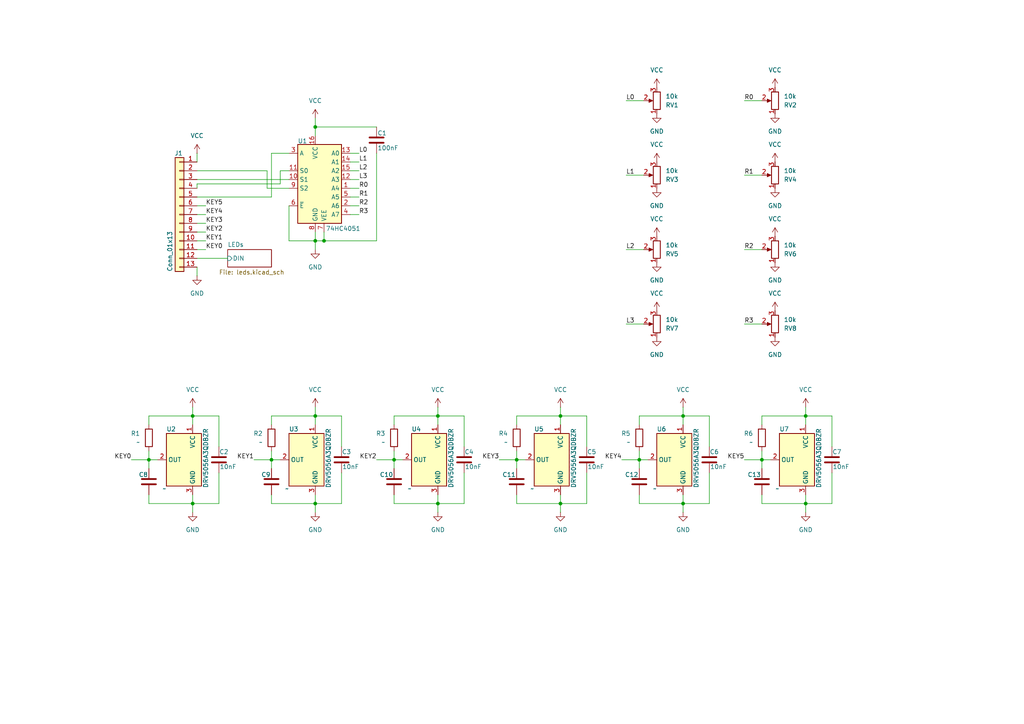
<source format=kicad_sch>
(kicad_sch (version 20250114) (generator "eeschema") (generator_version "9.0")
  (paper "A4")
  (lib_symbols
    (symbol "74xx:74HC4051"
      (property "Reference" "U" (at -5.08 11.43 0))
      (property "Value" "74HC4051" (at -7.62 -13.97 0))
      (symbol "74HC4051_0_1"
        (rectangle (start -5.08 10.16) (end 7.62 -12.7) (stroke (width 0.254)) (fill (type background)))
      )
      (symbol "74HC4051_1_1"
        (pin passive line (at -7.62 7.62 0) (length 2.54) (name "A") (number "3"))
        (pin input line (at -7.62 2.54 0) (length 2.54) (name "S0") (number "11"))
        (pin input line (at -7.62 0 0) (length 2.54) (name "S1") (number "10"))
        (pin input line (at -7.62 -2.54 0) (length 2.54) (name "S2") (number "9"))
        (pin input line (at -7.62 -7.62 0) (length 2.54) (name "~{E}") (number "6"))
        (pin power_in line (at 0 12.7 270) (length 2.54) (name "VCC") (number "16"))
        (pin power_in line (at 0 -15.24 90) (length 2.54) (name "GND") (number "8"))
        (pin power_in line (at 2.54 -15.24 90) (length 2.54) (name "VEE") (number "7"))
        (pin passive line (at 10.16 7.62 180) (length 2.54) (name "A0") (number "13"))
        (pin passive line (at 10.16 5.08 180) (length 2.54) (name "A1") (number "14"))
        (pin passive line (at 10.16 2.54 180) (length 2.54) (name "A2") (number "15"))
        (pin passive line (at 10.16 0 180) (length 2.54) (name "A3") (number "12"))
        (pin passive line (at 10.16 -2.54 180) (length 2.54) (name "A4") (number "1"))
        (pin passive line (at 10.16 -5.08 180) (length 2.54) (name "A5") (number "5"))
        (pin passive line (at 10.16 -7.62 180) (length 2.54) (name "A6") (number "2"))
        (pin passive line (at 10.16 -10.16 180) (length 2.54) (name "A7") (number "4"))
      )
    )
    (symbol "Connector_Generic:Conn_01x13" (pin_names (offset 1.016) (hide yes))
      (property "Reference" "J" (at 0 17.78 0))
      (property "Value" "Conn_01x13" (at 0 -17.78 0))
      (symbol "Conn_01x13_1_1"
        (rectangle (start -1.27 16.51) (end 1.27 -16.51) (stroke (width 0.254)) (fill (type background)))
        (rectangle (start -1.27 15.367) (end 0 15.113) (stroke (width 0.1524)))
        (rectangle (start -1.27 12.827) (end 0 12.573) (stroke (width 0.1524)))
        (rectangle (start -1.27 10.287) (end 0 10.033) (stroke (width 0.1524)))
        (rectangle (start -1.27 7.747) (end 0 7.493) (stroke (width 0.1524)))
        (rectangle (start -1.27 5.207) (end 0 4.953) (stroke (width 0.1524)))
        (rectangle (start -1.27 2.667) (end 0 2.413) (stroke (width 0.1524)))
        (rectangle (start -1.27 0.127) (end 0 -0.127) (stroke (width 0.1524)))
        (rectangle (start -1.27 -2.413) (end 0 -2.667) (stroke (width 0.1524)))
        (rectangle (start -1.27 -4.953) (end 0 -5.207) (stroke (width 0.1524)))
        (rectangle (start -1.27 -7.493) (end 0 -7.747) (stroke (width 0.1524)))
        (rectangle (start -1.27 -10.033) (end 0 -10.287) (stroke (width 0.1524)))
        (rectangle (start -1.27 -12.573) (end 0 -12.827) (stroke (width 0.1524)))
        (rectangle (start -1.27 -15.113) (end 0 -15.367) (stroke (width 0.1524)))
        (pin passive line (at -5.08 15.24 0) (length 3.81) (name "Pin_1") (number "1"))
        (pin passive line (at -5.08 12.7 0) (length 3.81) (name "Pin_2") (number "2"))
        (pin passive line (at -5.08 10.16 0) (length 3.81) (name "Pin_3") (number "3"))
        (pin passive line (at -5.08 7.62 0) (length 3.81) (name "Pin_4") (number "4"))
        (pin passive line (at -5.08 5.08 0) (length 3.81) (name "Pin_5") (number "5"))
        (pin passive line (at -5.08 2.54 0) (length 3.81) (name "Pin_6") (number "6"))
        (pin passive line (at -5.08 0 0) (length 3.81) (name "Pin_7") (number "7"))
        (pin passive line (at -5.08 -2.54 0) (length 3.81) (name "Pin_8") (number "8"))
        (pin passive line (at -5.08 -5.08 0) (length 3.81) (name "Pin_9") (number "9"))
        (pin passive line (at -5.08 -7.62 0) (length 3.81) (name "Pin_10") (number "10"))
        (pin passive line (at -5.08 -10.16 0) (length 3.81) (name "Pin_11") (number "11"))
        (pin passive line (at -5.08 -12.7 0) (length 3.81) (name "Pin_12") (number "12"))
        (pin passive line (at -5.08 -15.24 0) (length 3.81) (name "Pin_13") (number "13"))
      )
    )
    (symbol "Device:C" (pin_numbers (hide yes)) (pin_names (offset 0.254))
      (property "Reference" "C" (at 0.635 2.54 0))
      (property "Value" "C" (at 0.635 -2.54 0))
      (symbol "C_0_1"
        (polyline (pts (xy -2.032 0.762) (xy 2.032 0.762)) (stroke (width 0.508)))
        (polyline (pts (xy -2.032 -0.762) (xy 2.032 -0.762)) (stroke (width 0.508)))
      )
      (symbol "C_1_1"
        (pin passive line (at 0 3.81 270) (length 2.794) (name "~") (number "1"))
        (pin passive line (at 0 -3.81 90) (length 2.794) (name "~") (number "2"))
      )
    )
    (symbol "Device:R" (pin_numbers (hide yes)) (pin_names (offset 0))
      (property "Reference" "R" (at 2.032 0 90))
      (property "Value" "R" (at 0 0 90))
      (symbol "R_0_1"
        (rectangle (start -1.016 -2.54) (end 1.016 2.54) (stroke (width 0.254)))
      )
      (symbol "R_1_1"
        (pin passive line (at 0 3.81 270) (length 1.27) (name "~") (number "1"))
        (pin passive line (at 0 -3.81 90) (length 1.27) (name "~") (number "2"))
      )
    )
    (symbol "Device:R_Potentiometer" (pin_names (offset 1.016) (hide yes))
      (property "Reference" "RV" (at -4.445 0 90))
      (property "Value" "R_Potentiometer" (at -2.54 0 90))
      (symbol "R_Potentiometer_0_1"
        (rectangle (start 1.016 2.54) (end -1.016 -2.54) (stroke (width 0.254)))
        (polyline (pts (xy 1.143 0) (xy 2.286 0.508) (xy 2.286 -0.508) (xy 1.143 0)) (fill (type outline)))
        (polyline (pts (xy 2.54 0) (xy 1.524 0)))
      )
      (symbol "R_Potentiometer_1_1"
        (pin passive line (at 0 3.81 270) (length 1.27) (name "1") (number "1"))
        (pin passive line (at 0 -3.81 90) (length 1.27) (name "3") (number "3"))
        (pin passive line (at 3.81 0 180) (length 1.27) (name "2") (number "2"))
      )
    )
    (symbol "Sensor_Magnetic:DRV5055A3xDBZxQ1"
      (property "Reference" "U" (at 2.54 12.7 0))
      (property "Value" "DRV5055A3xDBZxQ1" (at 2.54 10.16 0))
      (symbol "DRV5055A3xDBZxQ1_1_1"
        (rectangle (start -5.08 7.62) (end 5.08 -7.62) (stroke (width 0.254)) (fill (type background)))
        (pin power_in line (at -2.54 10.16 270) (length 2.54) (name "VCC") (number "1"))
        (pin power_in line (at -2.54 -10.16 90) (length 2.54) (name "GND") (number "3"))
        (pin output line (at 7.62 0 180) (length 2.54) (name "OUT") (number "2"))
      )
    )
    (symbol "power:GND" (power) (pin_numbers (hide yes)) (pin_names (offset 0) (hide yes))
      (property "Value" "GND" (at 0 -3.81 0))
      (symbol "GND_0_1"
        (polyline (pts (xy 0 0) (xy 0 -1.27) (xy 1.27 -1.27) (xy 0 -2.54) (xy -1.27 -1.27) (xy 0 -1.27)))
      )
      (symbol "GND_1_1"
        (pin power_in line (at 0 0 270) (length 0) (name "~") (number "1"))
      )
    )
    (symbol "power:VCC" (power) (pin_numbers (hide yes)) (pin_names (offset 0) (hide yes))
      (property "Value" "VCC" (at 0 3.556 0))
      (symbol "VCC_0_1"
        (polyline (pts (xy -0.762 1.27) (xy 0 2.54)))
        (polyline (pts (xy 0 2.54) (xy 0.762 1.27)))
        (polyline (pts (xy 0 0) (xy 0 2.54)))
      )
      (symbol "VCC_1_1"
        (pin power_in line (at 0 0 90) (length 0) (name "~") (number "1"))
      )
    )
  )
  (junction (at 185.42 133.35))
  (junction (at 149.86 133.35))
  (junction (at 198.12 120.65))
  (junction (at 78.74 133.35))
  (junction (at 93.98 69.85))
  (junction (at 162.56 120.65))
  (junction (at 91.44 146.05))
  (junction (at 91.44 120.65))
  (junction (at 55.88 120.65))
  (junction (at 127 120.65))
  (junction (at 114.3 133.35))
  (junction (at 233.68 120.65))
  (junction (at 91.44 69.85))
  (junction (at 127 146.05))
  (junction (at 198.12 146.05))
  (junction (at 162.56 146.05))
  (junction (at 233.68 146.05))
  (junction (at 55.88 146.05))
  (junction (at 43.18 133.35))
  (junction (at 91.44 36.83))
  (junction (at 220.98 133.35))
  (wire (pts (xy 127 146.05) (xy 127 148.59)))
  (wire (pts (xy 181.61 72.39) (xy 186.69 72.39)))
  (wire (pts (xy 114.3 133.35) (xy 114.3 135.89)))
  (wire (pts (xy 215.9 72.39) (xy 220.98 72.39)))
  (wire (pts (xy 57.15 62.23) (xy 59.69 62.23)))
  (wire (pts (xy 205.74 146.05) (xy 198.12 146.05)))
  (wire (pts (xy 57.15 64.77) (xy 59.69 64.77)))
  (wire (pts (xy 93.98 69.85) (xy 91.44 69.85)))
  (wire (pts (xy 149.86 143.51) (xy 149.86 146.05)))
  (wire (pts (xy 57.15 49.53) (xy 77.47 49.53)))
  (wire (pts (xy 109.22 69.85) (xy 93.98 69.85)))
  (wire (pts (xy 78.74 133.35) (xy 78.74 135.89)))
  (wire (pts (xy 162.56 146.05) (xy 162.56 148.59)))
  (wire (pts (xy 114.3 146.05) (xy 127 146.05)))
  (wire (pts (xy 101.6 44.45) (xy 104.14 44.45)))
  (wire (pts (xy 78.74 44.45) (xy 83.82 44.45)))
  (wire (pts (xy 223.52 133.35) (xy 220.98 133.35)))
  (wire (pts (xy 170.18 146.05) (xy 162.56 146.05)))
  (wire (pts (xy 162.56 118.11) (xy 162.56 120.65)))
  (wire (pts (xy 233.68 143.51) (xy 233.68 146.05)))
  (wire (pts (xy 57.15 53.34) (xy 57.15 54.61)))
  (wire (pts (xy 181.61 93.98) (xy 186.69 93.98)))
  (wire (pts (xy 101.6 49.53) (xy 104.14 49.53)))
  (wire (pts (xy 101.6 54.61) (xy 104.14 54.61)))
  (wire (pts (xy 114.3 120.65) (xy 127 120.65)))
  (wire (pts (xy 116.84 133.35) (xy 114.3 133.35)))
  (wire (pts (xy 220.98 120.65) (xy 233.68 120.65)))
  (wire (pts (xy 55.88 146.05) (xy 55.88 148.59)))
  (wire (pts (xy 99.06 120.65) (xy 91.44 120.65)))
  (wire (pts (xy 101.6 57.15) (xy 104.14 57.15)))
  (wire (pts (xy 55.88 120.65) (xy 55.88 123.19)))
  (wire (pts (xy 91.44 69.85) (xy 91.44 72.39)))
  (wire (pts (xy 149.86 123.19) (xy 149.86 120.65)))
  (wire (pts (xy 220.98 143.51) (xy 220.98 146.05)))
  (wire (pts (xy 63.5 137.16) (xy 63.5 146.05)))
  (wire (pts (xy 83.82 59.69) (xy 83.82 69.85)))
  (wire (pts (xy 198.12 118.11) (xy 198.12 120.65)))
  (wire (pts (xy 43.18 146.05) (xy 55.88 146.05)))
  (wire (pts (xy 220.98 133.35) (xy 215.9 133.35)))
  (wire (pts (xy 233.68 120.65) (xy 233.68 123.19)))
  (wire (pts (xy 57.15 67.31) (xy 59.69 67.31)))
  (wire (pts (xy 185.42 133.35) (xy 185.42 130.81)))
  (wire (pts (xy 152.4 133.35) (xy 149.86 133.35)))
  (wire (pts (xy 181.61 50.8) (xy 186.69 50.8)))
  (wire (pts (xy 78.74 133.35) (xy 73.66 133.35)))
  (wire (pts (xy 109.22 44.45) (xy 109.22 69.85)))
  (wire (pts (xy 43.18 133.35) (xy 38.1 133.35)))
  (wire (pts (xy 57.15 74.93) (xy 66.04 74.93)))
  (wire (pts (xy 101.6 62.23) (xy 104.14 62.23)))
  (wire (pts (xy 55.88 143.51) (xy 55.88 146.05)))
  (wire (pts (xy 170.18 120.65) (xy 162.56 120.65)))
  (wire (pts (xy 55.88 118.11) (xy 55.88 120.65)))
  (wire (pts (xy 78.74 120.65) (xy 91.44 120.65)))
  (wire (pts (xy 91.44 118.11) (xy 91.44 120.65)))
  (wire (pts (xy 185.42 133.35) (xy 180.34 133.35)))
  (wire (pts (xy 63.5 146.05) (xy 55.88 146.05)))
  (wire (pts (xy 233.68 146.05) (xy 233.68 148.59)))
  (wire (pts (xy 91.44 143.51) (xy 91.44 146.05)))
  (wire (pts (xy 57.15 69.85) (xy 59.69 69.85)))
  (wire (pts (xy 149.86 120.65) (xy 162.56 120.65)))
  (wire (pts (xy 215.9 50.8) (xy 220.98 50.8)))
  (wire (pts (xy 63.5 129.54) (xy 63.5 120.65)))
  (wire (pts (xy 134.62 146.05) (xy 127 146.05)))
  (wire (pts (xy 57.15 46.99) (xy 57.15 44.45)))
  (wire (pts (xy 78.74 133.35) (xy 78.74 130.81)))
  (wire (pts (xy 43.18 123.19) (xy 43.18 120.65)))
  (wire (pts (xy 198.12 120.65) (xy 198.12 123.19)))
  (wire (pts (xy 233.68 118.11) (xy 233.68 120.65)))
  (wire (pts (xy 91.44 67.31) (xy 91.44 69.85)))
  (wire (pts (xy 241.3 120.65) (xy 233.68 120.65)))
  (wire (pts (xy 43.18 133.35) (xy 43.18 135.89)))
  (wire (pts (xy 134.62 120.65) (xy 127 120.65)))
  (wire (pts (xy 185.42 120.65) (xy 198.12 120.65)))
  (wire (pts (xy 91.44 36.83) (xy 109.22 36.83)))
  (wire (pts (xy 205.74 120.65) (xy 198.12 120.65)))
  (wire (pts (xy 83.82 49.53) (xy 81.28 49.53)))
  (wire (pts (xy 57.15 72.39) (xy 59.69 72.39)))
  (wire (pts (xy 91.44 120.65) (xy 91.44 123.19)))
  (wire (pts (xy 91.44 146.05) (xy 91.44 148.59)))
  (wire (pts (xy 215.9 29.21) (xy 220.98 29.21)))
  (wire (pts (xy 205.74 129.54) (xy 205.74 120.65)))
  (wire (pts (xy 185.42 143.51) (xy 185.42 146.05)))
  (wire (pts (xy 134.62 137.16) (xy 134.62 146.05)))
  (wire (pts (xy 205.74 137.16) (xy 205.74 146.05)))
  (wire (pts (xy 81.28 133.35) (xy 78.74 133.35)))
  (wire (pts (xy 101.6 59.69) (xy 104.14 59.69)))
  (wire (pts (xy 127 143.51) (xy 127 146.05)))
  (wire (pts (xy 114.3 133.35) (xy 109.22 133.35)))
  (wire (pts (xy 162.56 120.65) (xy 162.56 123.19)))
  (wire (pts (xy 91.44 36.83) (xy 91.44 39.37)))
  (wire (pts (xy 43.18 143.51) (xy 43.18 146.05)))
  (wire (pts (xy 57.15 77.47) (xy 57.15 80.01)))
  (wire (pts (xy 77.47 54.61) (xy 83.82 54.61)))
  (wire (pts (xy 93.98 67.31) (xy 93.98 69.85)))
  (wire (pts (xy 220.98 123.19) (xy 220.98 120.65)))
  (wire (pts (xy 170.18 129.54) (xy 170.18 120.65)))
  (wire (pts (xy 127 120.65) (xy 127 123.19)))
  (wire (pts (xy 134.62 129.54) (xy 134.62 120.65)))
  (wire (pts (xy 149.86 146.05) (xy 162.56 146.05)))
  (wire (pts (xy 78.74 123.19) (xy 78.74 120.65)))
  (wire (pts (xy 149.86 133.35) (xy 149.86 130.81)))
  (wire (pts (xy 63.5 120.65) (xy 55.88 120.65)))
  (wire (pts (xy 57.15 57.15) (xy 78.74 57.15)))
  (wire (pts (xy 43.18 120.65) (xy 55.88 120.65)))
  (wire (pts (xy 45.72 133.35) (xy 43.18 133.35)))
  (wire (pts (xy 57.15 59.69) (xy 59.69 59.69)))
  (wire (pts (xy 220.98 133.35) (xy 220.98 135.89)))
  (wire (pts (xy 101.6 52.07) (xy 104.14 52.07)))
  (wire (pts (xy 99.06 137.16) (xy 99.06 146.05)))
  (wire (pts (xy 241.3 137.16) (xy 241.3 146.05)))
  (wire (pts (xy 83.82 69.85) (xy 91.44 69.85)))
  (wire (pts (xy 198.12 146.05) (xy 198.12 148.59)))
  (wire (pts (xy 220.98 133.35) (xy 220.98 130.81)))
  (wire (pts (xy 114.3 143.51) (xy 114.3 146.05)))
  (wire (pts (xy 114.3 133.35) (xy 114.3 130.81)))
  (wire (pts (xy 78.74 143.51) (xy 78.74 146.05)))
  (wire (pts (xy 57.15 52.07) (xy 83.82 52.07)))
  (wire (pts (xy 43.18 133.35) (xy 43.18 130.81)))
  (wire (pts (xy 99.06 146.05) (xy 91.44 146.05)))
  (wire (pts (xy 215.9 93.98) (xy 220.98 93.98)))
  (wire (pts (xy 170.18 137.16) (xy 170.18 146.05)))
  (wire (pts (xy 78.74 146.05) (xy 91.44 146.05)))
  (wire (pts (xy 77.47 49.53) (xy 77.47 54.61)))
  (wire (pts (xy 78.74 57.15) (xy 78.74 44.45)))
  (wire (pts (xy 127 118.11) (xy 127 120.65)))
  (wire (pts (xy 241.3 146.05) (xy 233.68 146.05)))
  (wire (pts (xy 101.6 46.99) (xy 104.14 46.99)))
  (wire (pts (xy 181.61 29.21) (xy 186.69 29.21)))
  (wire (pts (xy 185.42 146.05) (xy 198.12 146.05)))
  (wire (pts (xy 99.06 129.54) (xy 99.06 120.65)))
  (wire (pts (xy 187.96 133.35) (xy 185.42 133.35)))
  (wire (pts (xy 220.98 146.05) (xy 233.68 146.05)))
  (wire (pts (xy 149.86 133.35) (xy 149.86 135.89)))
  (wire (pts (xy 81.28 49.53) (xy 81.28 53.34)))
  (wire (pts (xy 81.28 53.34) (xy 57.15 53.34)))
  (wire (pts (xy 185.42 133.35) (xy 185.42 135.89)))
  (wire (pts (xy 149.86 133.35) (xy 144.78 133.35)))
  (wire (pts (xy 241.3 129.54) (xy 241.3 120.65)))
  (wire (pts (xy 162.56 143.51) (xy 162.56 146.05)))
  (wire (pts (xy 185.42 123.19) (xy 185.42 120.65)))
  (wire (pts (xy 91.44 34.29) (xy 91.44 36.83)))
  (wire (pts (xy 114.3 123.19) (xy 114.3 120.65)))
  (wire (pts (xy 198.12 143.51) (xy 198.12 146.05)))
  (label "KEY2" (at 109.22 133.35 180))
  (label "KEY1" (at 59.69 69.85 0))
  (label "L1" (at 104.14 46.99 0))
  (label "R2" (at 104.14 59.69 0))
  (label "L1" (at 181.61 50.8 0))
  (label "L0" (at 181.61 29.21 0))
  (label "KEY4" (at 180.34 133.35 180))
  (label "R1" (at 215.9 50.8 0))
  (label "R3" (at 104.14 62.23 0))
  (label "R1" (at 104.14 57.15 0))
  (label "KEY0" (at 59.69 72.39 0))
  (label "R0" (at 215.9 29.21 0))
  (label "KEY5" (at 59.69 59.69 0))
  (label "KEY2" (at 59.69 67.31 0))
  (label "L2" (at 104.14 49.53 0))
  (label "KEY3" (at 59.69 64.77 0))
  (label "KEY1" (at 73.66 133.35 180))
  (label "R0" (at 104.14 54.61 0))
  (label "R2" (at 215.9 72.39 0))
  (label "KEY3" (at 144.78 133.35 180))
  (label "L2" (at 181.61 72.39 0))
  (label "KEY0" (at 38.1 133.35 180))
  (label "L3" (at 104.14 52.07 0))
  (label "KEY4" (at 59.69 62.23 0))
  (label "L3" (at 181.61 93.98 0))
  (label "KEY5" (at 215.9 133.35 180))
  (label "L0" (at 104.14 44.45 0))
  (label "R3" (at 215.9 93.98 0))
  (symbol (lib_id "power:VCC") (at 190.5 25.4 0) (unit 1)
    (property "Reference" "#PWR01" (effects (hide yes)))
    (property "Value" "VCC" (at 190.5 20.32 0))
    (property "Description" "Power symbol creates a global label with name \"VCC\"" (effects (hide yes)))
  )
  (symbol (lib_id "power:GND") (at 224.79 54.61 0) (unit 1)
    (property "Reference" "#PWR010" (effects (hide yes)))
    (property "Value" "GND" (at 224.79 59.69 0))
    (property "Description" "Power symbol creates a global label with name \"GND\" , ground" (effects (hide yes)))
  )
  (symbol (lib_id "power:GND") (at 190.5 76.2 0) (unit 1)
    (property "Reference" "#PWR014" (effects (hide yes)))
    (property "Value" "GND" (at 190.5 81.28 0))
    (property "Description" "Power symbol creates a global label with name \"GND\" , ground" (effects (hide yes)))
  )
  (symbol (lib_id "power:GND") (at 55.88 148.59 0) (mirror y) (unit 1)
    (property "Reference" "#PWR027" (effects (hide yes)))
    (property "Value" "GND" (at 55.88 153.67 0))
    (property "Description" "Power symbol creates a global label with name \"GND\" , ground" (effects (hide yes)))
  )
  (symbol (lib_id "power:GND") (at 162.56 148.59 0) (mirror y) (unit 1)
    (property "Reference" "#PWR030" (effects (hide yes)))
    (property "Value" "GND" (at 162.56 153.67 0))
    (property "Description" "Power symbol creates a global label with name \"GND\" , ground" (effects (hide yes)))
  )
  (symbol (lib_id "power:VCC") (at 55.88 118.11 0) (mirror y) (unit 1)
    (property "Reference" "#PWR021" (effects (hide yes)))
    (property "Value" "VCC" (at 55.88 113.03 0))
    (property "Description" "Power symbol creates a global label with name \"VCC\"" (effects (hide yes)))
  )
  (symbol (lib_id "Device:R") (at 43.18 127 0) (mirror y) (unit 1)
    (property "Reference" "R1" (at 40.64 125.7299 0) (effects (justify left)))
    (property "Value" "~" (at 40.64 128.2699 0) (effects (justify left)))
    (property "Footprint" "Resistor_SMD:R_0603_1608Metric_Pad0.98x0.95mm_HandSolder" (effects (hide yes)))
    (property "Description" "Resistor" (effects (hide yes)))
  )
  (symbol (lib_id "Device:R_Potentiometer") (at 190.5 72.39 180) (unit 1)
    (property "Reference" "RV5" (at 193.04 73.66 0) (effects (justify right)))
    (property "Value" "10k" (at 193.04 71.12 0) (effects (justify right)))
    (property "Footprint" "My_Parts:RK09K1130A5R" (effects (hide yes)))
  )
  (symbol (lib_id "Sensor_Magnetic:DRV5055A3xDBZxQ1") (at 88.9 133.35 0) (mirror y) (unit 1)
    (property "Reference" "U3" (at 83.82 124.46 0) (effects (justify right)))
    (property "Value" "DRV5056A3QDBZR" (at 95.25 124.206 90) (effects (justify right)))
    (property "Footprint" "Package_TO_SOT_SMD:SOT-23" (effects (hide yes)))
    (property "Datasheet" "https://www.ti.com/lit/ds/symlink/drv5055-q1.pdf" (effects (hide yes)))
    (property "Description" "25 mV/mT,±85-mT, 20-kHz, 3.3/5V, SOT-23" (effects (hide yes)))
  )
  (symbol (lib_id "Device:R") (at 185.42 127 0) (mirror y) (unit 1)
    (property "Reference" "R5" (at 182.88 125.7299 0) (effects (justify left)))
    (property "Value" "~" (at 182.88 128.2699 0) (effects (justify left)))
    (property "Footprint" "Resistor_SMD:R_0603_1608Metric_Pad0.98x0.95mm_HandSolder" (effects (hide yes)))
    (property "Description" "Resistor" (effects (hide yes)))
  )
  (symbol (lib_id "power:VCC") (at 127 118.11 0) (mirror y) (unit 1)
    (property "Reference" "#PWR023" (effects (hide yes)))
    (property "Value" "VCC" (at 127 113.03 0))
    (property "Description" "Power symbol creates a global label with name \"VCC\"" (effects (hide yes)))
  )
  (symbol (lib_id "74xx:74HC4051") (at 91.44 52.07 0) (unit 1)
    (property "Reference" "U1" (at 86.36 40.894 0) (effects (justify left)))
    (property "Value" "74HC4051" (at 94.488 66.294 0) (effects (justify left)))
    (property "Footprint" "Package_SO:TSSOP-16-1EP_4.4x5mm_P0.65mm" (effects (hide yes)))
    (property "Datasheet" "http://www.ti.com/lit/ds/symlink/cd74hc4051.pdf" (effects (hide yes)))
    (property "Description" "8-channel analog multiplexer/demultiplexer, DIP-16/SOIC-16/TSSOP-16" (effects (hide yes)))
  )
  (symbol (lib_id "power:VCC") (at 190.5 90.17 0) (unit 1)
    (property "Reference" "#PWR017" (effects (hide yes)))
    (property "Value" "VCC" (at 190.5 85.09 0))
    (property "Description" "Power symbol creates a global label with name \"VCC\"" (effects (hide yes)))
  )
  (symbol (lib_id "power:VCC") (at 162.56 118.11 0) (mirror y) (unit 1)
    (property "Reference" "#PWR024" (effects (hide yes)))
    (property "Value" "VCC" (at 162.56 113.03 0))
    (property "Description" "Power symbol creates a global label with name \"VCC\"" (effects (hide yes)))
  )
  (symbol (lib_id "Device:C") (at 63.5 133.35 0) (mirror y) (unit 1)
    (property "Reference" "C2" (at 66.294 131.064 0) (effects (justify left)))
    (property "Value" "10nF" (at 68.58 135.382 0) (effects (justify left)))
    (property "Footprint" "Capacitor_SMD:C_0402_1005Metric" (effects (hide yes)))
    (property "Description" "Unpolarized capacitor" (effects (hide yes)))
  )
  (symbol (lib_id "power:GND") (at 57.15 80.01 0) (unit 1)
    (property "Reference" "#PWR016" (effects (hide yes)))
    (property "Value" "GND" (at 57.15 85.09 0))
    (property "Description" "Power symbol creates a global label with name \"GND\" , ground" (effects (hide yes)))
  )
  (symbol (lib_id "power:VCC") (at 91.44 34.29 0) (unit 1)
    (property "Reference" "#PWR05" (effects (hide yes)))
    (property "Value" "VCC" (at 91.44 29.21 0))
    (property "Description" "Power symbol creates a global label with name \"VCC\"" (effects (hide yes)))
  )
  (symbol (lib_id "Device:C") (at 220.98 139.7 0) (mirror y) (unit 1)
    (property "Reference" "C13" (at 220.726 137.668 0) (effects (justify left)))
    (property "Value" "~" (at 226.06 141.732 0) (effects (justify left)))
    (property "Footprint" "Capacitor_SMD:C_0603_1608Metric_Pad1.08x0.95mm_HandSolder" (effects (hide yes)))
    (property "Description" "Unpolarized capacitor" (effects (hide yes)))
  )
  (symbol (lib_id "Device:R_Potentiometer") (at 224.79 50.8 180) (unit 1)
    (property "Reference" "RV4" (at 227.33 52.07 0) (effects (justify right)))
    (property "Value" "10k" (at 227.33 49.53 0) (effects (justify right)))
    (property "Footprint" "My_Parts:RK09K1130A5R" (effects (hide yes)))
  )
  (symbol (lib_id "Sensor_Magnetic:DRV5055A3xDBZxQ1") (at 160.02 133.35 0) (mirror y) (unit 1)
    (property "Reference" "U5" (at 154.94 124.46 0) (effects (justify right)))
    (property "Value" "DRV5056A3QDBZR" (at 166.37 124.206 90) (effects (justify right)))
    (property "Footprint" "Package_TO_SOT_SMD:SOT-23" (effects (hide yes)))
    (property "Datasheet" "https://www.ti.com/lit/ds/symlink/drv5055-q1.pdf" (effects (hide yes)))
    (property "Description" "25 mV/mT,±85-mT, 20-kHz, 3.3/5V, SOT-23" (effects (hide yes)))
  )
  (symbol (lib_id "Device:C") (at 43.18 139.7 0) (mirror y) (unit 1)
    (property "Reference" "C8" (at 42.926 137.668 0) (effects (justify left)))
    (property "Value" "~" (at 48.26 141.732 0) (effects (justify left)))
    (property "Footprint" "Capacitor_SMD:C_0603_1608Metric_Pad1.08x0.95mm_HandSolder" (effects (hide yes)))
    (property "Description" "Unpolarized capacitor" (effects (hide yes)))
  )
  (symbol (lib_id "Device:C") (at 185.42 139.7 0) (mirror y) (unit 1)
    (property "Reference" "C12" (at 185.166 137.668 0) (effects (justify left)))
    (property "Value" "~" (at 190.5 141.732 0) (effects (justify left)))
    (property "Footprint" "Capacitor_SMD:C_0603_1608Metric_Pad1.08x0.95mm_HandSolder" (effects (hide yes)))
    (property "Description" "Unpolarized capacitor" (effects (hide yes)))
  )
  (symbol (lib_id "Device:C") (at 114.3 139.7 0) (mirror y) (unit 1)
    (property "Reference" "C10" (at 114.046 137.668 0) (effects (justify left)))
    (property "Value" "~" (at 119.38 141.732 0) (effects (justify left)))
    (property "Footprint" "Capacitor_SMD:C_0603_1608Metric_Pad1.08x0.95mm_HandSolder" (effects (hide yes)))
    (property "Description" "Unpolarized capacitor" (effects (hide yes)))
  )
  (symbol (lib_id "Device:C") (at 99.06 133.35 0) (mirror y) (unit 1)
    (property "Reference" "C3" (at 101.854 131.064 0) (effects (justify left)))
    (property "Value" "10nF" (at 104.14 135.382 0) (effects (justify left)))
    (property "Footprint" "Capacitor_SMD:C_0402_1005Metric" (effects (hide yes)))
    (property "Description" "Unpolarized capacitor" (effects (hide yes)))
  )
  (symbol (lib_id "Device:C") (at 170.18 133.35 0) (mirror y) (unit 1)
    (property "Reference" "C5" (at 172.974 131.064 0) (effects (justify left)))
    (property "Value" "10nF" (at 175.26 135.382 0) (effects (justify left)))
    (property "Footprint" "Capacitor_SMD:C_0402_1005Metric" (effects (hide yes)))
    (property "Description" "Unpolarized capacitor" (effects (hide yes)))
  )
  (symbol (lib_id "Sensor_Magnetic:DRV5055A3xDBZxQ1") (at 124.46 133.35 0) (mirror y) (unit 1)
    (property "Reference" "U4" (at 119.38 124.46 0) (effects (justify right)))
    (property "Value" "DRV5056A3QDBZR" (at 130.81 124.206 90) (effects (justify right)))
    (property "Footprint" "Package_TO_SOT_SMD:SOT-23" (effects (hide yes)))
    (property "Datasheet" "https://www.ti.com/lit/ds/symlink/drv5055-q1.pdf" (effects (hide yes)))
    (property "Description" "25 mV/mT,±85-mT, 20-kHz, 3.3/5V, SOT-23" (effects (hide yes)))
  )
  (symbol (lib_id "Device:R_Potentiometer") (at 224.79 93.98 180) (unit 1)
    (property "Reference" "RV8" (at 227.33 95.25 0) (effects (justify right)))
    (property "Value" "10k" (at 227.33 92.71 0) (effects (justify right)))
    (property "Footprint" "My_Parts:RK09K1130A5R" (effects (hide yes)))
  )
  (symbol (lib_id "power:GND") (at 198.12 148.59 0) (mirror y) (unit 1)
    (property "Reference" "#PWR031" (effects (hide yes)))
    (property "Value" "GND" (at 198.12 153.67 0))
    (property "Description" "Power symbol creates a global label with name \"GND\" , ground" (effects (hide yes)))
  )
  (symbol (lib_id "power:VCC") (at 224.79 25.4 0) (unit 1)
    (property "Reference" "#PWR02" (effects (hide yes)))
    (property "Value" "VCC" (at 224.79 20.32 0))
    (property "Description" "Power symbol creates a global label with name \"VCC\"" (effects (hide yes)))
  )
  (symbol (lib_id "Device:C") (at 109.22 40.64 0) (unit 1)
    (property "Reference" "C1" (at 109.474 38.608 0) (effects (justify left)))
    (property "Value" "100nF" (at 109.474 42.926 0) (effects (justify left)))
    (property "Footprint" "Capacitor_SMD:C_0603_1608Metric_Pad1.08x0.95mm_HandSolder" (effects (hide yes)))
    (property "Description" "Unpolarized capacitor" (effects (hide yes)))
  )
  (symbol (lib_id "power:GND") (at 224.79 76.2 0) (unit 1)
    (property "Reference" "#PWR015" (effects (hide yes)))
    (property "Value" "GND" (at 224.79 81.28 0))
    (property "Description" "Power symbol creates a global label with name \"GND\" , ground" (effects (hide yes)))
  )
  (symbol (lib_id "power:GND") (at 127 148.59 0) (mirror y) (unit 1)
    (property "Reference" "#PWR029" (effects (hide yes)))
    (property "Value" "GND" (at 127 153.67 0))
    (property "Description" "Power symbol creates a global label with name \"GND\" , ground" (effects (hide yes)))
  )
  (symbol (lib_id "power:GND") (at 233.68 148.59 0) (mirror y) (unit 1)
    (property "Reference" "#PWR032" (effects (hide yes)))
    (property "Value" "GND" (at 233.68 153.67 0))
    (property "Description" "Power symbol creates a global label with name \"GND\" , ground" (effects (hide yes)))
  )
  (symbol (lib_id "power:VCC") (at 224.79 46.99 0) (unit 1)
    (property "Reference" "#PWR08" (effects (hide yes)))
    (property "Value" "VCC" (at 224.79 41.91 0))
    (property "Description" "Power symbol creates a global label with name \"VCC\"" (effects (hide yes)))
  )
  (symbol (lib_id "power:GND") (at 224.79 33.02 0) (unit 1)
    (property "Reference" "#PWR04" (effects (hide yes)))
    (property "Value" "GND" (at 224.79 38.1 0))
    (property "Description" "Power symbol creates a global label with name \"GND\" , ground" (effects (hide yes)))
  )
  (symbol (lib_id "Device:R_Potentiometer") (at 190.5 93.98 180) (unit 1)
    (property "Reference" "RV7" (at 193.04 95.25 0) (effects (justify right)))
    (property "Value" "10k" (at 193.04 92.71 0) (effects (justify right)))
    (property "Footprint" "My_Parts:RK09K1130A5R" (effects (hide yes)))
  )
  (symbol (lib_id "power:VCC") (at 57.15 44.45 0) (unit 1)
    (property "Reference" "#PWR06" (effects (hide yes)))
    (property "Value" "VCC" (at 57.15 39.37 0))
    (property "Description" "Power symbol creates a global label with name \"VCC\"" (effects (hide yes)))
  )
  (symbol (lib_id "Sensor_Magnetic:DRV5055A3xDBZxQ1") (at 231.14 133.35 0) (mirror y) (unit 1)
    (property "Reference" "U7" (at 226.06 124.46 0) (effects (justify right)))
    (property "Value" "DRV5056A3QDBZR" (at 237.49 124.206 90) (effects (justify right)))
    (property "Footprint" "Package_TO_SOT_SMD:SOT-23" (effects (hide yes)))
    (property "Datasheet" "https://www.ti.com/lit/ds/symlink/drv5055-q1.pdf" (effects (hide yes)))
    (property "Description" "25 mV/mT,±85-mT, 20-kHz, 3.3/5V, SOT-23" (effects (hide yes)))
  )
  (symbol (lib_id "Device:R") (at 78.74 127 0) (mirror y) (unit 1)
    (property "Reference" "R2" (at 76.2 125.7299 0) (effects (justify left)))
    (property "Value" "~" (at 76.2 128.2699 0) (effects (justify left)))
    (property "Footprint" "Resistor_SMD:R_0603_1608Metric_Pad0.98x0.95mm_HandSolder" (effects (hide yes)))
    (property "Description" "Resistor" (effects (hide yes)))
  )
  (symbol (lib_id "power:VCC") (at 224.79 68.58 0) (unit 1)
    (property "Reference" "#PWR012" (effects (hide yes)))
    (property "Value" "VCC" (at 224.79 63.5 0))
    (property "Description" "Power symbol creates a global label with name \"VCC\"" (effects (hide yes)))
  )
  (symbol (lib_id "power:GND") (at 224.79 97.79 0) (unit 1)
    (property "Reference" "#PWR020" (effects (hide yes)))
    (property "Value" "GND" (at 224.79 102.87 0))
    (property "Description" "Power symbol creates a global label with name \"GND\" , ground" (effects (hide yes)))
  )
  (symbol (lib_id "power:GND") (at 190.5 54.61 0) (unit 1)
    (property "Reference" "#PWR09" (effects (hide yes)))
    (property "Value" "GND" (at 190.5 59.69 0))
    (property "Description" "Power symbol creates a global label with name \"GND\" , ground" (effects (hide yes)))
  )
  (symbol (lib_id "power:GND") (at 190.5 33.02 0) (unit 1)
    (property "Reference" "#PWR03" (effects (hide yes)))
    (property "Value" "GND" (at 190.5 38.1 0))
    (property "Description" "Power symbol creates a global label with name \"GND\" , ground" (effects (hide yes)))
  )
  (symbol (lib_id "power:VCC") (at 190.5 68.58 0) (unit 1)
    (property "Reference" "#PWR011" (effects (hide yes)))
    (property "Value" "VCC" (at 190.5 63.5 0))
    (property "Description" "Power symbol creates a global label with name \"VCC\"" (effects (hide yes)))
  )
  (symbol (lib_id "power:GND") (at 91.44 72.39 0) (unit 1)
    (property "Reference" "#PWR013" (effects (hide yes)))
    (property "Value" "GND" (at 91.44 77.47 0))
    (property "Description" "Power symbol creates a global label with name \"GND\" , ground" (effects (hide yes)))
  )
  (symbol (lib_id "power:GND") (at 91.44 148.59 0) (mirror y) (unit 1)
    (property "Reference" "#PWR028" (effects (hide yes)))
    (property "Value" "GND" (at 91.44 153.67 0))
    (property "Description" "Power symbol creates a global label with name \"GND\" , ground" (effects (hide yes)))
  )
  (symbol (lib_id "Device:C") (at 134.62 133.35 0) (mirror y) (unit 1)
    (property "Reference" "C4" (at 137.414 131.064 0) (effects (justify left)))
    (property "Value" "10nF" (at 139.7 135.382 0) (effects (justify left)))
    (property "Footprint" "Capacitor_SMD:C_0402_1005Metric" (effects (hide yes)))
    (property "Description" "Unpolarized capacitor" (effects (hide yes)))
  )
  (symbol (lib_id "Device:C") (at 149.86 139.7 0) (mirror y) (unit 1)
    (property "Reference" "C11" (at 149.606 137.668 0) (effects (justify left)))
    (property "Value" "~" (at 154.94 141.732 0) (effects (justify left)))
    (property "Footprint" "Capacitor_SMD:C_0603_1608Metric_Pad1.08x0.95mm_HandSolder" (effects (hide yes)))
    (property "Description" "Unpolarized capacitor" (effects (hide yes)))
  )
  (symbol (lib_id "power:GND") (at 190.5 97.79 0) (unit 1)
    (property "Reference" "#PWR019" (effects (hide yes)))
    (property "Value" "GND" (at 190.5 102.87 0))
    (property "Description" "Power symbol creates a global label with name \"GND\" , ground" (effects (hide yes)))
  )
  (symbol (lib_id "Connector_Generic:Conn_01x13") (at 52.07 62.23 0) (mirror y) (unit 1)
    (property "Reference" "J1" (at 51.816 44.45 0))
    (property "Value" "Conn_01x13" (at 49.276 72.898 90))
    (property "Footprint" "Connector_PinHeader_2.54mm:PinHeader_1x13_P2.54mm_Vertical" (effects (hide yes)))
    (property "Description" "Generic connector, single row, 01x13, script generated (kicad-library-utils/schlib/autogen/connector/)" (effects (hide yes)))
  )
  (symbol (lib_id "Device:R_Potentiometer") (at 224.79 72.39 180) (unit 1)
    (property "Reference" "RV6" (at 227.33 73.66 0) (effects (justify right)))
    (property "Value" "10k" (at 227.33 71.12 0) (effects (justify right)))
    (property "Footprint" "My_Parts:RK09K1130A5R" (effects (hide yes)))
  )
  (symbol (lib_id "Device:C") (at 205.74 133.35 0) (mirror y) (unit 1)
    (property "Reference" "C6" (at 208.534 131.064 0) (effects (justify left)))
    (property "Value" "10nF" (at 210.82 135.382 0) (effects (justify left)))
    (property "Footprint" "Capacitor_SMD:C_0402_1005Metric" (effects (hide yes)))
    (property "Description" "Unpolarized capacitor" (effects (hide yes)))
  )
  (symbol (lib_id "power:VCC") (at 91.44 118.11 0) (mirror y) (unit 1)
    (property "Reference" "#PWR022" (effects (hide yes)))
    (property "Value" "VCC" (at 91.44 113.03 0))
    (property "Description" "Power symbol creates a global label with name \"VCC\"" (effects (hide yes)))
  )
  (symbol (lib_id "power:VCC") (at 198.12 118.11 0) (mirror y) (unit 1)
    (property "Reference" "#PWR025" (effects (hide yes)))
    (property "Value" "VCC" (at 198.12 113.03 0))
    (property "Description" "Power symbol creates a global label with name \"VCC\"" (effects (hide yes)))
  )
  (symbol (lib_id "Device:R") (at 220.98 127 0) (mirror y) (unit 1)
    (property "Reference" "R6" (at 218.44 125.7299 0) (effects (justify left)))
    (property "Value" "~" (at 218.44 128.2699 0) (effects (justify left)))
    (property "Footprint" "Resistor_SMD:R_0603_1608Metric_Pad0.98x0.95mm_HandSolder" (effects (hide yes)))
    (property "Description" "Resistor" (effects (hide yes)))
  )
  (symbol (lib_id "Device:R") (at 149.86 127 0) (mirror y) (unit 1)
    (property "Reference" "R4" (at 147.32 125.7299 0) (effects (justify left)))
    (property "Value" "~" (at 147.32 128.2699 0) (effects (justify left)))
    (property "Footprint" "Resistor_SMD:R_0603_1608Metric_Pad0.98x0.95mm_HandSolder" (effects (hide yes)))
    (property "Description" "Resistor" (effects (hide yes)))
  )
  (symbol (lib_id "Sensor_Magnetic:DRV5055A3xDBZxQ1") (at 195.58 133.35 0) (mirror y) (unit 1)
    (property "Reference" "U6" (at 190.5 124.46 0) (effects (justify right)))
    (property "Value" "DRV5056A3QDBZR" (at 201.93 124.206 90) (effects (justify right)))
    (property "Footprint" "Package_TO_SOT_SMD:SOT-23" (effects (hide yes)))
    (property "Datasheet" "https://www.ti.com/lit/ds/symlink/drv5055-q1.pdf" (effects (hide yes)))
    (property "Description" "25 mV/mT,±85-mT, 20-kHz, 3.3/5V, SOT-23" (effects (hide yes)))
  )
  (symbol (lib_id "Device:R_Potentiometer") (at 190.5 29.21 180) (unit 1)
    (property "Reference" "RV1" (at 193.04 30.48 0) (effects (justify right)))
    (property "Value" "10k" (at 193.04 27.94 0) (effects (justify right)))
    (property "Footprint" "My_Parts:RK09K1130A5R" (effects (hide yes)))
  )
  (symbol (lib_id "power:VCC") (at 190.5 46.99 0) (unit 1)
    (property "Reference" "#PWR07" (effects (hide yes)))
    (property "Value" "VCC" (at 190.5 41.91 0))
    (property "Description" "Power symbol creates a global label with name \"VCC\"" (effects (hide yes)))
  )
  (symbol (lib_id "Device:R") (at 114.3 127 0) (mirror y) (unit 1)
    (property "Reference" "R3" (at 111.76 125.7299 0) (effects (justify left)))
    (property "Value" "~" (at 111.76 128.2699 0) (effects (justify left)))
    (property "Footprint" "Resistor_SMD:R_0603_1608Metric_Pad0.98x0.95mm_HandSolder" (effects (hide yes)))
    (property "Description" "Resistor" (effects (hide yes)))
  )
  (symbol (lib_id "Device:R_Potentiometer") (at 224.79 29.21 180) (unit 1)
    (property "Reference" "RV2" (at 227.33 30.48 0) (effects (justify right)))
    (property "Value" "10k" (at 227.33 27.94 0) (effects (justify right)))
    (property "Footprint" "My_Parts:RK09K1130A5R" (effects (hide yes)))
  )
  (symbol (lib_id "Device:C") (at 241.3 133.35 0) (mirror y) (unit 1)
    (property "Reference" "C7" (at 244.094 131.064 0) (effects (justify left)))
    (property "Value" "10nF" (at 246.38 135.382 0) (effects (justify left)))
    (property "Footprint" "Capacitor_SMD:C_0402_1005Metric" (effects (hide yes)))
    (property "Description" "Unpolarized capacitor" (effects (hide yes)))
  )
  (symbol (lib_id "power:VCC") (at 224.79 90.17 0) (unit 1)
    (property "Reference" "#PWR018" (effects (hide yes)))
    (property "Value" "VCC" (at 224.79 85.09 0))
    (property "Description" "Power symbol creates a global label with name \"VCC\"" (effects (hide yes)))
  )
  (symbol (lib_id "Device:R_Potentiometer") (at 190.5 50.8 180) (unit 1)
    (property "Reference" "RV3" (at 193.04 52.07 0) (effects (justify right)))
    (property "Value" "10k" (at 193.04 49.53 0) (effects (justify right)))
    (property "Footprint" "My_Parts:RK09K1130A5R" (effects (hide yes)))
  )
  (symbol (lib_id "power:VCC") (at 233.68 118.11 0) (mirror y) (unit 1)
    (property "Reference" "#PWR026" (effects (hide yes)))
    (property "Value" "VCC" (at 233.68 113.03 0))
    (property "Description" "Power symbol creates a global label with name \"VCC\"" (effects (hide yes)))
  )
  (symbol (lib_id "Sensor_Magnetic:DRV5055A3xDBZxQ1") (at 53.34 133.35 0) (mirror y) (unit 1)
    (property "Reference" "U2" (at 48.26 124.46 0) (effects (justify right)))
    (property "Value" "DRV5056A3QDBZR" (at 59.69 124.206 90) (effects (justify right)))
    (property "Footprint" "Package_TO_SOT_SMD:SOT-23" (effects (hide yes)))
    (property "Datasheet" "https://www.ti.com/lit/ds/symlink/drv5055-q1.pdf" (effects (hide yes)))
    (property "Description" "25 mV/mT,±85-mT, 20-kHz, 3.3/5V, SOT-23" (effects (hide yes)))
  )
  (symbol (lib_id "Device:C") (at 78.74 139.7 0) (mirror y) (unit 1)
    (property "Reference" "C9" (at 78.486 137.668 0) (effects (justify left)))
    (property "Value" "~" (at 83.82 141.732 0) (effects (justify left)))
    (property "Footprint" "Capacitor_SMD:C_0603_1608Metric_Pad1.08x0.95mm_HandSolder" (effects (hide yes)))
    (property "Description" "Unpolarized capacitor" (effects (hide yes)))
  )
  (sheet (at 66.04 72.39) (size 12.7 5.08) (stroke (width 0.1524))
    (property "Sheetname" "LEDs" (at 66.04 71.6784 0) (effects (justify left bottom)))
    (property "Sheetfile" "leds.kicad_sch" (at 63.5 78.232 0) (effects (justify left top)))
    (pin "DIN" input (at 66.04 74.93 180))
  )
)
</source>
